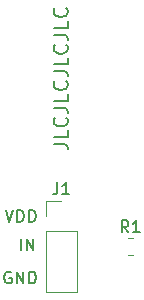
<source format=gbr>
%TF.GenerationSoftware,KiCad,Pcbnew,(6.0.0)*%
%TF.CreationDate,2022-01-22T08:46:37+01:00*%
%TF.ProjectId,CNLJS_test_LEDice_dual,434e4c4a-535f-4746-9573-745f4c454469,rev?*%
%TF.SameCoordinates,Original*%
%TF.FileFunction,Legend,Top*%
%TF.FilePolarity,Positive*%
%FSLAX46Y46*%
G04 Gerber Fmt 4.6, Leading zero omitted, Abs format (unit mm)*
G04 Created by KiCad (PCBNEW (6.0.0)) date 2022-01-22 08:46:37*
%MOMM*%
%LPD*%
G01*
G04 APERTURE LIST*
%ADD10C,0.200000*%
%ADD11C,0.150000*%
%ADD12C,0.120000*%
G04 APERTURE END LIST*
D10*
X118442857Y-113242857D02*
X119300000Y-113242857D01*
X119471428Y-113300000D01*
X119585714Y-113414285D01*
X119642857Y-113585714D01*
X119642857Y-113700000D01*
X119642857Y-112100000D02*
X119642857Y-112671428D01*
X118442857Y-112671428D01*
X119528571Y-111014285D02*
X119585714Y-111071428D01*
X119642857Y-111242857D01*
X119642857Y-111357142D01*
X119585714Y-111528571D01*
X119471428Y-111642857D01*
X119357142Y-111700000D01*
X119128571Y-111757142D01*
X118957142Y-111757142D01*
X118728571Y-111700000D01*
X118614285Y-111642857D01*
X118500000Y-111528571D01*
X118442857Y-111357142D01*
X118442857Y-111242857D01*
X118500000Y-111071428D01*
X118557142Y-111014285D01*
X118442857Y-110157142D02*
X119300000Y-110157142D01*
X119471428Y-110214285D01*
X119585714Y-110328571D01*
X119642857Y-110500000D01*
X119642857Y-110614285D01*
X119642857Y-109014285D02*
X119642857Y-109585714D01*
X118442857Y-109585714D01*
X119528571Y-107928571D02*
X119585714Y-107985714D01*
X119642857Y-108157142D01*
X119642857Y-108271428D01*
X119585714Y-108442857D01*
X119471428Y-108557142D01*
X119357142Y-108614285D01*
X119128571Y-108671428D01*
X118957142Y-108671428D01*
X118728571Y-108614285D01*
X118614285Y-108557142D01*
X118500000Y-108442857D01*
X118442857Y-108271428D01*
X118442857Y-108157142D01*
X118500000Y-107985714D01*
X118557142Y-107928571D01*
X118442857Y-107071428D02*
X119300000Y-107071428D01*
X119471428Y-107128571D01*
X119585714Y-107242857D01*
X119642857Y-107414285D01*
X119642857Y-107528571D01*
X119642857Y-105928571D02*
X119642857Y-106500000D01*
X118442857Y-106500000D01*
X119528571Y-104842857D02*
X119585714Y-104900000D01*
X119642857Y-105071428D01*
X119642857Y-105185714D01*
X119585714Y-105357142D01*
X119471428Y-105471428D01*
X119357142Y-105528571D01*
X119128571Y-105585714D01*
X118957142Y-105585714D01*
X118728571Y-105528571D01*
X118614285Y-105471428D01*
X118500000Y-105357142D01*
X118442857Y-105185714D01*
X118442857Y-105071428D01*
X118500000Y-104900000D01*
X118557142Y-104842857D01*
X118442857Y-103985714D02*
X119300000Y-103985714D01*
X119471428Y-104042857D01*
X119585714Y-104157142D01*
X119642857Y-104328571D01*
X119642857Y-104442857D01*
X119642857Y-102842857D02*
X119642857Y-103414285D01*
X118442857Y-103414285D01*
X119528571Y-101757142D02*
X119585714Y-101814285D01*
X119642857Y-101985714D01*
X119642857Y-102100000D01*
X119585714Y-102271428D01*
X119471428Y-102385714D01*
X119357142Y-102442857D01*
X119128571Y-102500000D01*
X118957142Y-102500000D01*
X118728571Y-102442857D01*
X118614285Y-102385714D01*
X118500000Y-102271428D01*
X118442857Y-102100000D01*
X118442857Y-101985714D01*
X118500000Y-101814285D01*
X118557142Y-101757142D01*
D11*
X114838095Y-124100000D02*
X114742857Y-124052380D01*
X114600000Y-124052380D01*
X114457142Y-124100000D01*
X114361904Y-124195238D01*
X114314285Y-124290476D01*
X114266666Y-124480952D01*
X114266666Y-124623809D01*
X114314285Y-124814285D01*
X114361904Y-124909523D01*
X114457142Y-125004761D01*
X114600000Y-125052380D01*
X114695238Y-125052380D01*
X114838095Y-125004761D01*
X114885714Y-124957142D01*
X114885714Y-124623809D01*
X114695238Y-124623809D01*
X115314285Y-125052380D02*
X115314285Y-124052380D01*
X115885714Y-125052380D01*
X115885714Y-124052380D01*
X116361904Y-125052380D02*
X116361904Y-124052380D01*
X116600000Y-124052380D01*
X116742857Y-124100000D01*
X116838095Y-124195238D01*
X116885714Y-124290476D01*
X116933333Y-124480952D01*
X116933333Y-124623809D01*
X116885714Y-124814285D01*
X116838095Y-124909523D01*
X116742857Y-125004761D01*
X116600000Y-125052380D01*
X116361904Y-125052380D01*
X115676190Y-122252380D02*
X115676190Y-121252380D01*
X116152380Y-122252380D02*
X116152380Y-121252380D01*
X116723809Y-122252380D01*
X116723809Y-121252380D01*
X114366666Y-118852380D02*
X114700000Y-119852380D01*
X115033333Y-118852380D01*
X115366666Y-119852380D02*
X115366666Y-118852380D01*
X115604761Y-118852380D01*
X115747619Y-118900000D01*
X115842857Y-118995238D01*
X115890476Y-119090476D01*
X115938095Y-119280952D01*
X115938095Y-119423809D01*
X115890476Y-119614285D01*
X115842857Y-119709523D01*
X115747619Y-119804761D01*
X115604761Y-119852380D01*
X115366666Y-119852380D01*
X116366666Y-119852380D02*
X116366666Y-118852380D01*
X116604761Y-118852380D01*
X116747619Y-118900000D01*
X116842857Y-118995238D01*
X116890476Y-119090476D01*
X116938095Y-119280952D01*
X116938095Y-119423809D01*
X116890476Y-119614285D01*
X116842857Y-119709523D01*
X116747619Y-119804761D01*
X116604761Y-119852380D01*
X116366666Y-119852380D01*
%TO.C,J1*%
X118760666Y-116502380D02*
X118760666Y-117216666D01*
X118713047Y-117359523D01*
X118617809Y-117454761D01*
X118474952Y-117502380D01*
X118379714Y-117502380D01*
X119760666Y-117502380D02*
X119189238Y-117502380D01*
X119474952Y-117502380D02*
X119474952Y-116502380D01*
X119379714Y-116645238D01*
X119284476Y-116740476D01*
X119189238Y-116788095D01*
%TO.C,R1*%
X124769333Y-120722380D02*
X124436000Y-120246190D01*
X124197904Y-120722380D02*
X124197904Y-119722380D01*
X124578857Y-119722380D01*
X124674095Y-119770000D01*
X124721714Y-119817619D01*
X124769333Y-119912857D01*
X124769333Y-120055714D01*
X124721714Y-120150952D01*
X124674095Y-120198571D01*
X124578857Y-120246190D01*
X124197904Y-120246190D01*
X125721714Y-120722380D02*
X125150285Y-120722380D01*
X125436000Y-120722380D02*
X125436000Y-119722380D01*
X125340761Y-119865238D01*
X125245523Y-119960476D01*
X125150285Y-120008095D01*
D12*
%TO.C,J1*%
X117764000Y-120650000D02*
X120424000Y-120650000D01*
X117764000Y-125790000D02*
X120424000Y-125790000D01*
X117764000Y-118050000D02*
X119094000Y-118050000D01*
X117764000Y-119380000D02*
X117764000Y-118050000D01*
X120424000Y-120650000D02*
X120424000Y-125790000D01*
X117764000Y-120650000D02*
X117764000Y-125790000D01*
%TO.C,R1*%
X124708936Y-122655000D02*
X125163064Y-122655000D01*
X124708936Y-121185000D02*
X125163064Y-121185000D01*
%TD*%
M02*

</source>
